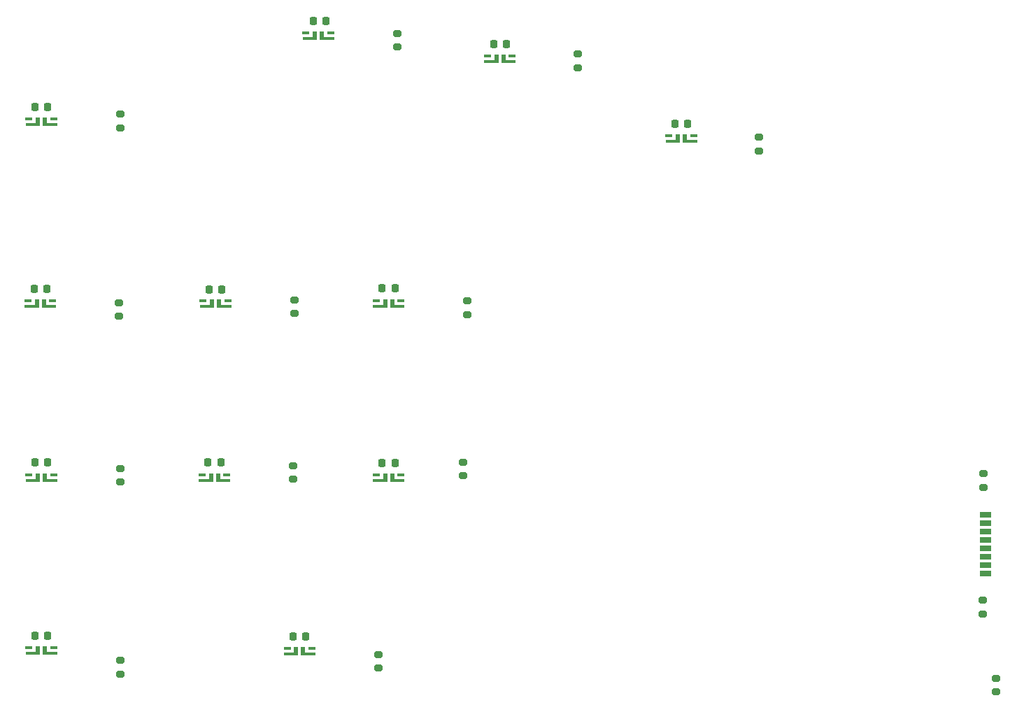
<source format=gbr>
%TF.GenerationSoftware,KiCad,Pcbnew,(6.0.9)*%
%TF.CreationDate,2023-01-29T02:38:54+01:00*%
%TF.ProjectId,PICO DEV M3 KEYPAD,5049434f-2044-4455-9620-4d33204b4559,0.1*%
%TF.SameCoordinates,Original*%
%TF.FileFunction,Paste,Top*%
%TF.FilePolarity,Positive*%
%FSLAX46Y46*%
G04 Gerber Fmt 4.6, Leading zero omitted, Abs format (unit mm)*
G04 Created by KiCad (PCBNEW (6.0.9)) date 2023-01-29 02:38:54*
%MOMM*%
%LPD*%
G01*
G04 APERTURE LIST*
G04 Aperture macros list*
%AMRoundRect*
0 Rectangle with rounded corners*
0 $1 Rounding radius*
0 $2 $3 $4 $5 $6 $7 $8 $9 X,Y pos of 4 corners*
0 Add a 4 corners polygon primitive as box body*
4,1,4,$2,$3,$4,$5,$6,$7,$8,$9,$2,$3,0*
0 Add four circle primitives for the rounded corners*
1,1,$1+$1,$2,$3*
1,1,$1+$1,$4,$5*
1,1,$1+$1,$6,$7*
1,1,$1+$1,$8,$9*
0 Add four rect primitives between the rounded corners*
20,1,$1+$1,$2,$3,$4,$5,0*
20,1,$1+$1,$4,$5,$6,$7,0*
20,1,$1+$1,$6,$7,$8,$9,0*
20,1,$1+$1,$8,$9,$2,$3,0*%
G04 Aperture macros list end*
%ADD10RoundRect,0.225000X-0.225000X-0.250000X0.225000X-0.250000X0.225000X0.250000X-0.225000X0.250000X0*%
%ADD11R,0.850000X0.400000*%
%ADD12R,1.750000X0.400000*%
%ADD13R,0.500000X1.100000*%
%ADD14RoundRect,0.200000X0.275000X-0.200000X0.275000X0.200000X-0.275000X0.200000X-0.275000X-0.200000X0*%
%ADD15RoundRect,0.039370X-0.635630X0.260630X-0.635630X-0.260630X0.635630X-0.260630X0.635630X0.260630X0*%
%ADD16RoundRect,0.200000X-0.275000X0.200000X-0.275000X-0.200000X0.275000X-0.200000X0.275000X0.200000X0*%
G04 APERTURE END LIST*
D10*
%TO.C,C10*%
X75412000Y-98806000D03*
X76962000Y-98806000D03*
%TD*%
D11*
%TO.C,MK8*%
X116734704Y-100283000D03*
D12*
X117184703Y-100983000D03*
D13*
X117809703Y-100633000D03*
D11*
X119734703Y-100283000D03*
D12*
X119284704Y-100983000D03*
D13*
X118659704Y-100633000D03*
%TD*%
D14*
%TO.C,R4*%
X141097000Y-50990000D03*
X141097000Y-49340000D03*
%TD*%
%TO.C,R7*%
X127762000Y-80898000D03*
X127762000Y-79248000D03*
%TD*%
D10*
%TO.C,C1*%
X152882000Y-57785000D03*
X154432000Y-57785000D03*
%TD*%
D11*
%TO.C,MK2*%
X130196704Y-49610000D03*
D13*
X131271703Y-49960000D03*
D12*
X130646703Y-50310000D03*
D11*
X133196703Y-49610000D03*
D12*
X132746704Y-50310000D03*
D13*
X132121704Y-49960000D03*
%TD*%
D10*
%TO.C,C5*%
X117449000Y-77724000D03*
X118999000Y-77724000D03*
%TD*%
%TO.C,C6*%
X96469200Y-77851000D03*
X98019200Y-77851000D03*
%TD*%
D14*
%TO.C,R10*%
X127254000Y-100393000D03*
X127254000Y-98743000D03*
%TD*%
%TO.C,R11*%
X106680000Y-100837000D03*
X106680000Y-99187000D03*
%TD*%
%TO.C,R8*%
X106807000Y-80771000D03*
X106807000Y-79121000D03*
%TD*%
D11*
%TO.C,MK1*%
X152167704Y-59262000D03*
D13*
X153242703Y-59612000D03*
D12*
X152617703Y-59962000D03*
D11*
X155167703Y-59262000D03*
D12*
X154717704Y-59962000D03*
D13*
X154092704Y-59612000D03*
%TD*%
D15*
%TO.C,SERIAL_CONN1*%
X190474800Y-105138600D03*
X190474800Y-106158600D03*
X190474800Y-107178600D03*
X190474800Y-108198600D03*
X190474800Y-109218600D03*
X190474800Y-110238600D03*
X190474800Y-111258600D03*
X190474800Y-112278600D03*
%TD*%
D11*
%TO.C,MK5*%
X116734704Y-79201000D03*
D13*
X117809703Y-79551000D03*
D12*
X117184703Y-79901000D03*
D11*
X119734703Y-79201000D03*
D13*
X118659704Y-79551000D03*
D12*
X119284704Y-79901000D03*
%TD*%
D16*
%TO.C,R15*%
X191770000Y-124905000D03*
X191770000Y-126555000D03*
%TD*%
D10*
%TO.C,C4*%
X75412000Y-55753000D03*
X76962000Y-55753000D03*
%TD*%
D11*
%TO.C,MK12*%
X74697704Y-121238000D03*
D13*
X75772703Y-121588000D03*
D12*
X75147703Y-121938000D03*
D11*
X77697703Y-121238000D03*
D12*
X77247704Y-121938000D03*
D13*
X76622704Y-121588000D03*
%TD*%
D14*
%TO.C,R6*%
X85725000Y-58292000D03*
X85725000Y-56642000D03*
%TD*%
%TO.C,R14*%
X85725000Y-124396000D03*
X85725000Y-122746000D03*
%TD*%
D10*
%TO.C,C11*%
X106654000Y-119888000D03*
X108204000Y-119888000D03*
%TD*%
D11*
%TO.C,MK7*%
X74570704Y-79201000D03*
D13*
X75645703Y-79551000D03*
D12*
X75020703Y-79901000D03*
D11*
X77570703Y-79201000D03*
D13*
X76495704Y-79551000D03*
D12*
X77120704Y-79901000D03*
%TD*%
D14*
%TO.C,R3*%
X163068000Y-61086000D03*
X163068000Y-59436000D03*
%TD*%
%TO.C,R9*%
X85598000Y-81089000D03*
X85598000Y-79439000D03*
%TD*%
D11*
%TO.C,MK6*%
X95779704Y-79201000D03*
D13*
X96854703Y-79551000D03*
D12*
X96229703Y-79901000D03*
D11*
X98779703Y-79201000D03*
D12*
X98329704Y-79901000D03*
D13*
X97704704Y-79551000D03*
%TD*%
D11*
%TO.C,MK3*%
X108225704Y-46816000D03*
D13*
X109300703Y-47166000D03*
D12*
X108675703Y-47516000D03*
D11*
X111225703Y-46816000D03*
D12*
X110775704Y-47516000D03*
D13*
X110150704Y-47166000D03*
%TD*%
D11*
%TO.C,MK11*%
X105952404Y-121276100D03*
D13*
X107027403Y-121626100D03*
D12*
X106402403Y-121976100D03*
D11*
X108952403Y-121276100D03*
D13*
X107877404Y-121626100D03*
D12*
X108502404Y-121976100D03*
%TD*%
D10*
%TO.C,C12*%
X75425000Y-119761000D03*
X76975000Y-119761000D03*
%TD*%
%TO.C,C8*%
X117462000Y-98831400D03*
X119012000Y-98831400D03*
%TD*%
%TO.C,C9*%
X96380000Y-98806000D03*
X97930000Y-98806000D03*
%TD*%
D14*
%TO.C,R12*%
X85725000Y-101155000D03*
X85725000Y-99505000D03*
%TD*%
D11*
%TO.C,MK9*%
X95652704Y-100283000D03*
D13*
X96727703Y-100633000D03*
D12*
X96102703Y-100983000D03*
D11*
X98652703Y-100283000D03*
D13*
X97577704Y-100633000D03*
D12*
X98202704Y-100983000D03*
%TD*%
D10*
%TO.C,C7*%
X75311000Y-77774800D03*
X76861000Y-77774800D03*
%TD*%
D14*
%TO.C,R13*%
X116967000Y-123698000D03*
X116967000Y-122048000D03*
%TD*%
D10*
%TO.C,C3*%
X109093000Y-45339000D03*
X110643000Y-45339000D03*
%TD*%
%TO.C,C2*%
X130937000Y-48133000D03*
X132487000Y-48133000D03*
%TD*%
D11*
%TO.C,MK4*%
X74697704Y-57230000D03*
D12*
X75147703Y-57930000D03*
D13*
X75772703Y-57580000D03*
D11*
X77697703Y-57230000D03*
D12*
X77247704Y-57930000D03*
D13*
X76622704Y-57580000D03*
%TD*%
D16*
%TO.C,R2*%
X190195200Y-100152200D03*
X190195200Y-101802200D03*
%TD*%
D14*
%TO.C,R1*%
X190169800Y-117144800D03*
X190169800Y-115494800D03*
%TD*%
D11*
%TO.C,MK10*%
X74697704Y-100283000D03*
D13*
X75772703Y-100633000D03*
D12*
X75147703Y-100983000D03*
D11*
X77697703Y-100283000D03*
D12*
X77247704Y-100983000D03*
D13*
X76622704Y-100633000D03*
%TD*%
D14*
%TO.C,R5*%
X119253000Y-48513000D03*
X119253000Y-46863000D03*
%TD*%
M02*

</source>
